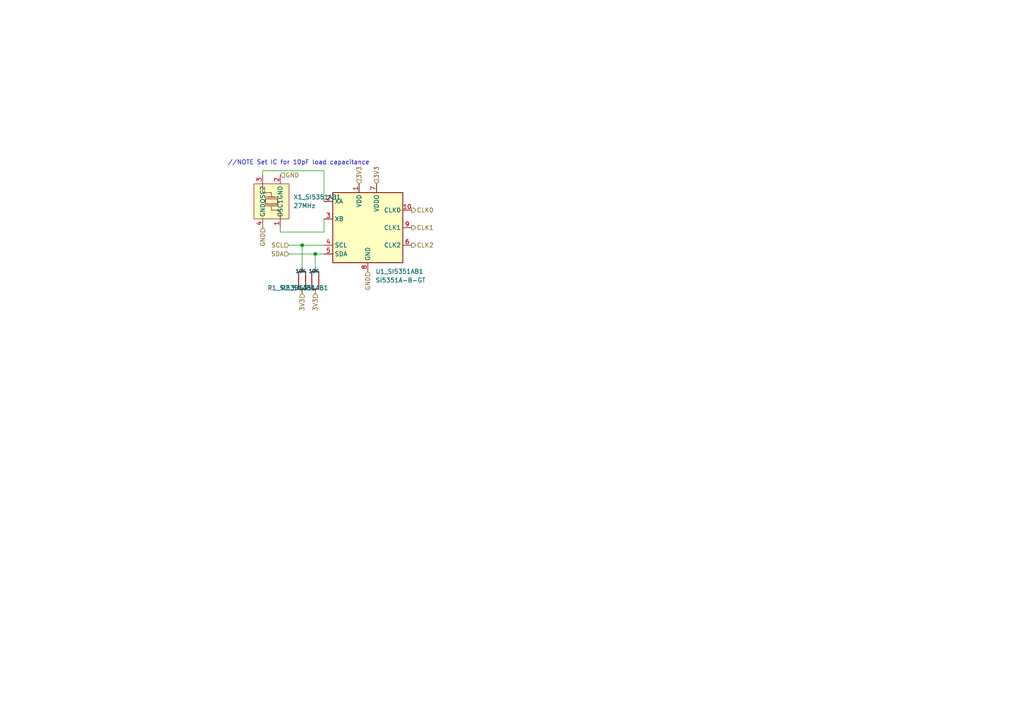
<source format=kicad_sch>
(kicad_sch (version 20231120) (generator "eeschema") (generator_version "8.0")
  (paper "A4")
  (lib_symbols
    (symbol "Device:R" (pin_numbers hide) (pin_names (offset 0))
      (property "Reference" "R" (at 2.032 0 90))
      (property "Value" "R" (at 0 0 90))
      (symbol "R_0_1"
        (rectangle (start -1.016 -2.54) (end 1.016 2.54) (stroke (width 0.254)))
      )
      (symbol "R_1_1"
        (pin passive line (at 0 3.81 270) (length 1.27) (name "~") (number "1"))
        (pin passive line (at 0 -3.81 90) (length 1.27) (name "~") (number "2"))
      )
    )
    (symbol "Oscillator:Si5351A-B-GT"
      (property "Reference" "U" (at -8.89 11.43 0))
      (property "Value" "Si5351A-B-GT" (at -12.7 -12.7 0))
      (symbol "Si5351A-B-GT_0_1"
        (rectangle (start -10.16 10.16) (end 10.16 -10.16) (stroke (width 0.254)) (fill (type background)))
      )
      (symbol "Si5351A-B-GT_1_1"
        (pin power_in line (at -2.54 12.7 270) (length 2.54) (name "VDD") (number "1"))
        (pin output line (at 12.7 5.08 180) (length 2.54) (name "CLK0") (number "10"))
        (pin input line (at -12.7 7.62 0) (length 2.54) (name "XA") (number "2"))
        (pin input line (at -12.7 2.54 0) (length 2.54) (name "XB") (number "3"))
        (pin input line (at -12.7 -5.08 0) (length 2.54) (name "SCL") (number "4"))
        (pin bidirectional line (at -12.7 -7.62 0) (length 2.54) (name "SDA") (number "5"))
        (pin output line (at 12.7 -5.08 180) (length 2.54) (name "CLK2") (number "6"))
        (pin power_in line (at 2.54 12.7 270) (length 2.54) (name "VDDO") (number "7"))
        (pin power_in line (at 0 -12.7 90) (length 2.54) (name "GND") (number "8"))
        (pin output line (at 12.7 0 180) (length 2.54) (name "CLK1") (number "9"))
      )
    )
    (symbol "easyeda2kicad:S3227000101040"
      (property "Reference" "X" (at 0 7.62 0))
      (property "Value" "S3227000101040" (at 0 -7.62 0))
      (symbol "S3227000101040_0_1"
        (rectangle (start -5.08 5.08) (end 5.08 -5.08) (fill (type background)))
        (polyline (pts (xy -1.27 -1.78) (xy -1.27 1.78)))
        (polyline (pts (xy -1.27 -1.02) (xy -1.27 1.02)))
        (polyline (pts (xy 0.76 -1.78) (xy -0.76 -1.78)))
        (polyline (pts (xy 1.27 -1.78) (xy 1.27 1.78)))
        (polyline (pts (xy 1.27 -1.02) (xy 1.27 1.02)))
        (polyline (pts (xy -5.08 -2.54) (xy -2.54 -2.54) (xy -2.54 0) (xy -1.52 0)))
        (polyline (pts (xy -0.76 -1.78) (xy -0.76 1.78) (xy 0.76 1.78) (xy 0.76 -1.78)))
        (polyline (pts (xy 5.08 2.54) (xy 2.54 2.54) (xy 2.54 0) (xy 1.52 0)))
        (polyline (pts (xy 0.76 1.78) (xy 0.76 -1.78) (xy -0.76 -1.78) (xy -0.76 1.78) (xy 0.76 1.78)) (fill (type background)))
        (pin unspecified line (at -7.62 -2.54 0) (length 2.54) (name "OSC1") (number "1"))
        (pin unspecified line (at 7.62 -2.54 180) (length 2.54) (name "GND") (number "2"))
        (pin unspecified line (at 7.62 2.54 180) (length 2.54) (name "OSC2") (number "3"))
        (pin unspecified line (at -7.62 2.54 0) (length 2.54) (name "GND") (number "4"))
      )
    )
  )
  (junction (at 91.44 73.66))
  (junction (at 87.63 71.12))
  (wire (pts (xy 83.82 71.12) (xy 87.63 71.12)))
  (wire (pts (xy 87.63 71.12) (xy 93.98 71.12)))
  (wire (pts (xy 93.98 49.53) (xy 93.98 58.42)))
  (wire (pts (xy 87.63 71.12) (xy 87.63 77.47)))
  (wire (pts (xy 81.28 67.31) (xy 81.28 66.04)))
  (wire (pts (xy 93.98 67.31) (xy 93.98 63.5)))
  (wire (pts (xy 83.82 73.66) (xy 91.44 73.66)))
  (wire (pts (xy 76.2 50.8) (xy 76.2 49.53)))
  (wire (pts (xy 91.44 73.66) (xy 93.98 73.66)))
  (wire (pts (xy 76.2 49.53) (xy 93.98 49.53)))
  (wire (pts (xy 91.44 73.66) (xy 91.44 77.47)))
  (wire (pts (xy 81.28 67.31) (xy 93.98 67.31)))
  (text "//NOTE Set IC for 10pF load capacitance" (at 86.614 47.244 0) (effects (font (size 1.27 1.27))))
  (hierarchical_label "SDA" (shape input) (at 83.82 73.66 180))
  (hierarchical_label "3V3" (shape input) (at 87.63 85.09 270))
  (hierarchical_label "CLK0" (shape output) (at 119.38 60.96 0))
  (hierarchical_label "SCL" (shape input) (at 83.82 71.12 180))
  (hierarchical_label "CLK2" (shape output) (at 119.38 71.12 0))
  (hierarchical_label "GND" (shape input) (at 106.68 78.74 270))
  (hierarchical_label "3V3" (shape input) (at 104.14 53.34 90))
  (hierarchical_label "3V3" (shape input) (at 109.22 53.34 90))
  (hierarchical_label "3V3" (shape input) (at 91.44 85.09 270))
  (hierarchical_label "GND" (shape input) (at 81.28 50.8 0))
  (hierarchical_label "GND" (shape input) (at 76.2 66.04 270))
  (hierarchical_label "CLK1" (shape output) (at 119.38 66.04 0))
  (symbol (lib_id "Oscillator:Si5351A-B-GT") (at 106.68 66.04 0) (unit 1)
    (property "Reference" "U1_SI5351AB1" (at 108.8741 78.74 0) (effects (justify left)))
    (property "Value" "Si5351A-B-GT" (at 108.8741 81.28 0) (effects (justify left)))
    (property "Footprint" "Package_SO:MSOP-10_3x3mm_P0.5mm" (effects (hide yes)))
    (property "Datasheet" "https://www.silabs.com/documents/public/data-sheets/Si5351-B.pdf" (effects (hide yes)))
    (property "Description" "I2C 200MHz MSOP-10  Clock Generators / Frequency Synthesizers / PLL ROHS" (effects (hide yes)))
    (property "MFR" "SI5351A-B-GTR" (effects (hide yes)))
    (property "LCSC" "C504891" (effects (hide yes)))
    (property "URL" "https://jlcpcb.com/partdetail/skyworks_siliconLabs-SI5351A_BGTR/C504891" (effects (hide yes)))
  )
  (symbol (lib_id "easyeda2kicad:S3227000101040") (at 78.74 58.42 90) (unit 1)
    (property "Reference" "X1_SI5351AB1" (at 85.09 57.1499 90) (effects (justify right)))
    (property "Value" "27MHz" (at 85.09 59.6899 90) (effects (justify right)))
    (property "Footprint" "easyeda2kicad:OSC-SMD_4P-L3.2-W2.5-BL" (effects (hide yes)))
    (property "Datasheet" "https://lcsc.com/product-detail/SMD-Crystal-Resonators_JGHC-S3227000101040_C479208.html" (effects (hide yes)))
    (property "Description" "27MHz 贴片晶振 10pF ±10ppm SMD3225-4P  Crystals ROHS" (effects (hide yes)))
    (property "MFR" "S3227000101040" (effects (hide yes)))
    (property "LCSC" "C479208" (effects (hide yes)))
    (property "URL" "https://jlcpcb.com/partdetail/Jghc-S3227000101040/C479208" (effects (hide yes)))
  )
  (symbol (lib_id "Device:R") (at 87.63 81.28 180) (unit 1)
    (property "Reference" "R1_SI5351AB1" (at 91.44 82.7786 0) (effects (justify left bottom)))
    (property "Value" "10K" (at 88.9 77.978 0) (effects (font (size 1.016 1.016) (bold yes)) (justify left bottom)))
    (property "Footprint" "Resistor_SMD:R_0402_1005Metric" (effects (hide yes)))
    (property "MFR" "RC0402FR-0710KL" (effects (hide yes)))
    (property "LCSC" "C60490" (effects (hide yes)))
  )
  (symbol (lib_id "Device:R") (at 91.44 81.28 180) (unit 1)
    (property "Reference" "R2_SI5351AB1" (at 95.25 82.7786 0) (effects (justify left bottom)))
    (property "Value" "10K" (at 92.71 77.978 0) (effects (font (size 1.016 1.016) (bold yes)) (justify left bottom)))
    (property "Footprint" "Resistor_SMD:R_0402_1005Metric" (effects (hide yes)))
    (property "MFR" "RC0402FR-0710KL" (effects (hide yes)))
    (property "LCSC" "C60490" (effects (hide yes)))
  )
)
</source>
